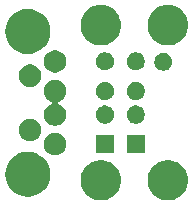
<source format=gbr>
G04 #@! TF.GenerationSoftware,KiCad,Pcbnew,(5.0.2)-1*
G04 #@! TF.CreationDate,2019-08-18T16:28:34-04:00*
G04 #@! TF.ProjectId,stacked_model3_usb,73746163-6b65-4645-9f6d-6f64656c335f,rev?*
G04 #@! TF.SameCoordinates,Original*
G04 #@! TF.FileFunction,Soldermask,Top*
G04 #@! TF.FilePolarity,Negative*
%FSLAX46Y46*%
G04 Gerber Fmt 4.6, Leading zero omitted, Abs format (unit mm)*
G04 Created by KiCad (PCBNEW (5.0.2)-1) date 2019-08-18 4:28:34 PM*
%MOMM*%
%LPD*%
G01*
G04 APERTURE LIST*
%ADD10C,0.100000*%
G04 APERTURE END LIST*
D10*
G36*
X133908009Y-88164438D02*
X134073097Y-88197276D01*
X134201924Y-88250638D01*
X134384114Y-88326103D01*
X134664027Y-88513135D01*
X134902065Y-88751173D01*
X135089097Y-89031086D01*
X135217924Y-89342104D01*
X135283600Y-89672277D01*
X135283600Y-90008923D01*
X135217924Y-90339096D01*
X135089097Y-90650114D01*
X134902065Y-90930027D01*
X134664027Y-91168065D01*
X134384114Y-91355097D01*
X134201924Y-91430562D01*
X134073097Y-91483924D01*
X133908009Y-91516762D01*
X133742923Y-91549600D01*
X133406277Y-91549600D01*
X133076103Y-91483924D01*
X132947276Y-91430562D01*
X132765086Y-91355097D01*
X132485173Y-91168065D01*
X132247135Y-90930027D01*
X132060103Y-90650114D01*
X131931276Y-90339096D01*
X131865600Y-90008923D01*
X131865600Y-89672277D01*
X131931276Y-89342104D01*
X132060103Y-89031086D01*
X132247135Y-88751173D01*
X132485173Y-88513135D01*
X132765086Y-88326103D01*
X132947276Y-88250638D01*
X133076103Y-88197276D01*
X133241191Y-88164438D01*
X133406277Y-88131600D01*
X133742923Y-88131600D01*
X133908009Y-88164438D01*
X133908009Y-88164438D01*
G37*
G36*
X128228009Y-88164438D02*
X128393097Y-88197276D01*
X128521924Y-88250638D01*
X128704114Y-88326103D01*
X128984027Y-88513135D01*
X129222065Y-88751173D01*
X129409097Y-89031086D01*
X129537924Y-89342104D01*
X129603600Y-89672277D01*
X129603600Y-90008923D01*
X129537924Y-90339096D01*
X129409097Y-90650114D01*
X129222065Y-90930027D01*
X128984027Y-91168065D01*
X128704114Y-91355097D01*
X128521924Y-91430562D01*
X128393097Y-91483924D01*
X128228009Y-91516762D01*
X128062923Y-91549600D01*
X127726277Y-91549600D01*
X127396103Y-91483924D01*
X127267276Y-91430562D01*
X127085086Y-91355097D01*
X126805173Y-91168065D01*
X126567135Y-90930027D01*
X126380103Y-90650114D01*
X126251276Y-90339096D01*
X126185600Y-90008923D01*
X126185600Y-89672277D01*
X126251276Y-89342104D01*
X126380103Y-89031086D01*
X126567135Y-88751173D01*
X126805173Y-88513135D01*
X127085086Y-88326103D01*
X127267276Y-88250638D01*
X127396103Y-88197276D01*
X127561191Y-88164438D01*
X127726277Y-88131600D01*
X128062923Y-88131600D01*
X128228009Y-88164438D01*
X128228009Y-88164438D01*
G37*
G36*
X122092661Y-87461507D02*
X122451001Y-87570208D01*
X122781249Y-87746729D01*
X123070714Y-87984287D01*
X123308272Y-88273752D01*
X123484793Y-88604000D01*
X123593494Y-88962340D01*
X123630198Y-89335001D01*
X123593494Y-89707662D01*
X123484793Y-90066002D01*
X123308272Y-90396250D01*
X123070714Y-90685715D01*
X122781249Y-90923273D01*
X122451001Y-91099794D01*
X122092661Y-91208495D01*
X121813389Y-91236001D01*
X121626611Y-91236001D01*
X121347339Y-91208495D01*
X120988999Y-91099794D01*
X120658751Y-90923273D01*
X120369286Y-90685715D01*
X120131728Y-90396250D01*
X119955207Y-90066002D01*
X119846506Y-89707662D01*
X119809802Y-89335001D01*
X119846506Y-88962340D01*
X119955207Y-88604000D01*
X120131728Y-88273752D01*
X120369286Y-87984287D01*
X120658751Y-87746729D01*
X120988999Y-87570208D01*
X121347339Y-87461507D01*
X121626611Y-87434001D01*
X121813389Y-87434001D01*
X122092661Y-87461507D01*
X122092661Y-87461507D01*
G37*
G36*
X124297396Y-85870547D02*
X124470466Y-85942235D01*
X124626230Y-86046313D01*
X124758688Y-86178771D01*
X124862766Y-86334535D01*
X124934454Y-86507605D01*
X124971000Y-86691334D01*
X124971000Y-86878668D01*
X124934454Y-87062397D01*
X124862766Y-87235467D01*
X124758688Y-87391231D01*
X124626230Y-87523689D01*
X124470466Y-87627767D01*
X124297396Y-87699455D01*
X124113667Y-87736001D01*
X123926333Y-87736001D01*
X123742604Y-87699455D01*
X123569534Y-87627767D01*
X123413770Y-87523689D01*
X123281312Y-87391231D01*
X123177234Y-87235467D01*
X123105546Y-87062397D01*
X123069000Y-86878668D01*
X123069000Y-86691334D01*
X123105546Y-86507605D01*
X123177234Y-86334535D01*
X123281312Y-86178771D01*
X123413770Y-86046313D01*
X123569534Y-85942235D01*
X123742604Y-85870547D01*
X123926333Y-85834001D01*
X124113667Y-85834001D01*
X124297396Y-85870547D01*
X124297396Y-85870547D01*
G37*
G36*
X129009600Y-87535600D02*
X127479600Y-87535600D01*
X127479600Y-86005600D01*
X129009600Y-86005600D01*
X129009600Y-87535600D01*
X129009600Y-87535600D01*
G37*
G36*
X131629600Y-87535600D02*
X130099600Y-87535600D01*
X130099600Y-86005600D01*
X131629600Y-86005600D01*
X131629600Y-87535600D01*
X131629600Y-87535600D01*
G37*
G36*
X122197396Y-84670547D02*
X122370466Y-84742235D01*
X122526230Y-84846313D01*
X122658688Y-84978771D01*
X122762766Y-85134535D01*
X122834454Y-85307605D01*
X122871000Y-85491334D01*
X122871000Y-85678668D01*
X122834454Y-85862397D01*
X122762766Y-86035467D01*
X122658688Y-86191231D01*
X122526230Y-86323689D01*
X122370466Y-86427767D01*
X122197396Y-86499455D01*
X122013667Y-86536001D01*
X121826333Y-86536001D01*
X121642604Y-86499455D01*
X121469534Y-86427767D01*
X121313770Y-86323689D01*
X121181312Y-86191231D01*
X121077234Y-86035467D01*
X121005546Y-85862397D01*
X120969000Y-85678668D01*
X120969000Y-85491334D01*
X121005546Y-85307605D01*
X121077234Y-85134535D01*
X121181312Y-84978771D01*
X121313770Y-84846313D01*
X121469534Y-84742235D01*
X121642604Y-84670547D01*
X121826333Y-84634001D01*
X122013667Y-84634001D01*
X122197396Y-84670547D01*
X122197396Y-84670547D01*
G37*
G36*
X124297396Y-81370547D02*
X124470466Y-81442235D01*
X124626230Y-81546313D01*
X124758688Y-81678771D01*
X124862766Y-81834535D01*
X124934454Y-82007605D01*
X124971000Y-82191334D01*
X124971000Y-82378668D01*
X124934454Y-82562397D01*
X124862766Y-82735467D01*
X124758688Y-82891231D01*
X124626230Y-83023689D01*
X124470466Y-83127767D01*
X124369675Y-83169516D01*
X124348064Y-83181067D01*
X124329122Y-83196613D01*
X124313576Y-83215555D01*
X124302025Y-83237165D01*
X124294912Y-83260615D01*
X124292510Y-83285001D01*
X124294912Y-83309387D01*
X124302025Y-83332836D01*
X124313576Y-83354447D01*
X124329122Y-83373389D01*
X124348064Y-83388935D01*
X124369675Y-83400486D01*
X124470466Y-83442235D01*
X124626230Y-83546313D01*
X124758688Y-83678771D01*
X124862766Y-83834535D01*
X124934454Y-84007605D01*
X124971000Y-84191334D01*
X124971000Y-84378668D01*
X124934454Y-84562397D01*
X124862766Y-84735467D01*
X124758688Y-84891231D01*
X124626230Y-85023689D01*
X124470466Y-85127767D01*
X124297396Y-85199455D01*
X124113667Y-85236001D01*
X123926333Y-85236001D01*
X123742604Y-85199455D01*
X123569534Y-85127767D01*
X123413770Y-85023689D01*
X123281312Y-84891231D01*
X123177234Y-84735467D01*
X123105546Y-84562397D01*
X123069000Y-84378668D01*
X123069000Y-84191334D01*
X123105546Y-84007605D01*
X123177234Y-83834535D01*
X123281312Y-83678771D01*
X123413770Y-83546313D01*
X123569534Y-83442235D01*
X123670325Y-83400486D01*
X123691936Y-83388935D01*
X123710878Y-83373389D01*
X123726424Y-83354447D01*
X123737975Y-83332837D01*
X123745088Y-83309387D01*
X123747490Y-83285001D01*
X123745088Y-83260615D01*
X123737975Y-83237166D01*
X123726424Y-83215555D01*
X123710878Y-83196613D01*
X123691936Y-83181067D01*
X123670325Y-83169516D01*
X123569534Y-83127767D01*
X123413770Y-83023689D01*
X123281312Y-82891231D01*
X123177234Y-82735467D01*
X123105546Y-82562397D01*
X123069000Y-82378668D01*
X123069000Y-82191334D01*
X123105546Y-82007605D01*
X123177234Y-81834535D01*
X123281312Y-81678771D01*
X123413770Y-81546313D01*
X123569534Y-81442235D01*
X123742604Y-81370547D01*
X123926333Y-81334001D01*
X124113667Y-81334001D01*
X124297396Y-81370547D01*
X124297396Y-81370547D01*
G37*
G36*
X128467742Y-83534998D02*
X128606964Y-83592665D01*
X128732259Y-83676385D01*
X128838815Y-83782941D01*
X128922535Y-83908236D01*
X128980202Y-84047458D01*
X129009600Y-84195254D01*
X129009600Y-84345946D01*
X128980202Y-84493742D01*
X128922535Y-84632964D01*
X128838815Y-84758259D01*
X128732259Y-84864815D01*
X128606964Y-84948535D01*
X128467742Y-85006202D01*
X128319946Y-85035600D01*
X128169254Y-85035600D01*
X128021458Y-85006202D01*
X127882236Y-84948535D01*
X127756941Y-84864815D01*
X127650385Y-84758259D01*
X127566665Y-84632964D01*
X127508998Y-84493742D01*
X127479600Y-84345946D01*
X127479600Y-84195254D01*
X127508998Y-84047458D01*
X127566665Y-83908236D01*
X127650385Y-83782941D01*
X127756941Y-83676385D01*
X127882236Y-83592665D01*
X128021458Y-83534998D01*
X128169254Y-83505600D01*
X128319946Y-83505600D01*
X128467742Y-83534998D01*
X128467742Y-83534998D01*
G37*
G36*
X131087742Y-83534998D02*
X131226964Y-83592665D01*
X131352259Y-83676385D01*
X131458815Y-83782941D01*
X131542535Y-83908236D01*
X131600202Y-84047458D01*
X131629600Y-84195254D01*
X131629600Y-84345946D01*
X131600202Y-84493742D01*
X131542535Y-84632964D01*
X131458815Y-84758259D01*
X131352259Y-84864815D01*
X131226964Y-84948535D01*
X131087742Y-85006202D01*
X130939946Y-85035600D01*
X130789254Y-85035600D01*
X130641458Y-85006202D01*
X130502236Y-84948535D01*
X130376941Y-84864815D01*
X130270385Y-84758259D01*
X130186665Y-84632964D01*
X130128998Y-84493742D01*
X130099600Y-84345946D01*
X130099600Y-84195254D01*
X130128998Y-84047458D01*
X130186665Y-83908236D01*
X130270385Y-83782941D01*
X130376941Y-83676385D01*
X130502236Y-83592665D01*
X130641458Y-83534998D01*
X130789254Y-83505600D01*
X130939946Y-83505600D01*
X131087742Y-83534998D01*
X131087742Y-83534998D01*
G37*
G36*
X128467742Y-81534998D02*
X128606964Y-81592665D01*
X128732259Y-81676385D01*
X128838815Y-81782941D01*
X128922535Y-81908236D01*
X128980202Y-82047458D01*
X129009600Y-82195254D01*
X129009600Y-82345946D01*
X128980202Y-82493742D01*
X128922535Y-82632964D01*
X128838815Y-82758259D01*
X128732259Y-82864815D01*
X128606964Y-82948535D01*
X128467742Y-83006202D01*
X128319946Y-83035600D01*
X128169254Y-83035600D01*
X128021458Y-83006202D01*
X127882236Y-82948535D01*
X127756941Y-82864815D01*
X127650385Y-82758259D01*
X127566665Y-82632964D01*
X127508998Y-82493742D01*
X127479600Y-82345946D01*
X127479600Y-82195254D01*
X127508998Y-82047458D01*
X127566665Y-81908236D01*
X127650385Y-81782941D01*
X127756941Y-81676385D01*
X127882236Y-81592665D01*
X128021458Y-81534998D01*
X128169254Y-81505600D01*
X128319946Y-81505600D01*
X128467742Y-81534998D01*
X128467742Y-81534998D01*
G37*
G36*
X131087742Y-81534998D02*
X131226964Y-81592665D01*
X131352259Y-81676385D01*
X131458815Y-81782941D01*
X131542535Y-81908236D01*
X131600202Y-82047458D01*
X131629600Y-82195254D01*
X131629600Y-82345946D01*
X131600202Y-82493742D01*
X131542535Y-82632964D01*
X131458815Y-82758259D01*
X131352259Y-82864815D01*
X131226964Y-82948535D01*
X131087742Y-83006202D01*
X130939946Y-83035600D01*
X130789254Y-83035600D01*
X130641458Y-83006202D01*
X130502236Y-82948535D01*
X130376941Y-82864815D01*
X130270385Y-82758259D01*
X130186665Y-82632964D01*
X130128998Y-82493742D01*
X130099600Y-82345946D01*
X130099600Y-82195254D01*
X130128998Y-82047458D01*
X130186665Y-81908236D01*
X130270385Y-81782941D01*
X130376941Y-81676385D01*
X130502236Y-81592665D01*
X130641458Y-81534998D01*
X130789254Y-81505600D01*
X130939946Y-81505600D01*
X131087742Y-81534998D01*
X131087742Y-81534998D01*
G37*
G36*
X122197396Y-80070547D02*
X122370466Y-80142235D01*
X122526230Y-80246313D01*
X122658688Y-80378771D01*
X122762766Y-80534535D01*
X122834454Y-80707605D01*
X122871000Y-80891334D01*
X122871000Y-81078668D01*
X122834454Y-81262397D01*
X122762766Y-81435467D01*
X122658688Y-81591231D01*
X122526230Y-81723689D01*
X122370466Y-81827767D01*
X122197396Y-81899455D01*
X122013667Y-81936001D01*
X121826333Y-81936001D01*
X121642604Y-81899455D01*
X121469534Y-81827767D01*
X121313770Y-81723689D01*
X121181312Y-81591231D01*
X121077234Y-81435467D01*
X121005546Y-81262397D01*
X120969000Y-81078668D01*
X120969000Y-80891334D01*
X121005546Y-80707605D01*
X121077234Y-80534535D01*
X121181312Y-80378771D01*
X121313770Y-80246313D01*
X121469534Y-80142235D01*
X121642604Y-80070547D01*
X121826333Y-80034001D01*
X122013667Y-80034001D01*
X122197396Y-80070547D01*
X122197396Y-80070547D01*
G37*
G36*
X124297396Y-78870547D02*
X124470466Y-78942235D01*
X124626230Y-79046313D01*
X124758688Y-79178771D01*
X124862766Y-79334535D01*
X124934454Y-79507605D01*
X124971000Y-79691334D01*
X124971000Y-79878668D01*
X124934454Y-80062397D01*
X124862766Y-80235467D01*
X124758688Y-80391231D01*
X124626230Y-80523689D01*
X124470466Y-80627767D01*
X124297396Y-80699455D01*
X124113667Y-80736001D01*
X123926333Y-80736001D01*
X123742604Y-80699455D01*
X123569534Y-80627767D01*
X123413770Y-80523689D01*
X123281312Y-80391231D01*
X123177234Y-80235467D01*
X123105546Y-80062397D01*
X123069000Y-79878668D01*
X123069000Y-79691334D01*
X123105546Y-79507605D01*
X123177234Y-79334535D01*
X123281312Y-79178771D01*
X123413770Y-79046313D01*
X123569534Y-78942235D01*
X123742604Y-78870547D01*
X123926333Y-78834001D01*
X124113667Y-78834001D01*
X124297396Y-78870547D01*
X124297396Y-78870547D01*
G37*
G36*
X133332004Y-79060544D02*
X133419059Y-79077860D01*
X133555732Y-79134472D01*
X133677079Y-79215554D01*
X133678738Y-79216662D01*
X133783338Y-79321262D01*
X133783340Y-79321265D01*
X133865528Y-79444268D01*
X133922140Y-79580941D01*
X133939456Y-79667996D01*
X133951000Y-79726031D01*
X133951000Y-79873969D01*
X133950065Y-79878668D01*
X133922140Y-80019059D01*
X133865528Y-80155732D01*
X133865527Y-80155733D01*
X133783338Y-80278738D01*
X133678738Y-80383338D01*
X133678735Y-80383340D01*
X133555732Y-80465528D01*
X133419059Y-80522140D01*
X133332004Y-80539456D01*
X133273969Y-80551000D01*
X133126031Y-80551000D01*
X133067996Y-80539456D01*
X132980941Y-80522140D01*
X132844268Y-80465528D01*
X132721265Y-80383340D01*
X132721262Y-80383338D01*
X132616662Y-80278738D01*
X132534473Y-80155733D01*
X132534472Y-80155732D01*
X132477860Y-80019059D01*
X132449935Y-79878668D01*
X132449000Y-79873969D01*
X132449000Y-79726031D01*
X132460544Y-79667996D01*
X132477860Y-79580941D01*
X132534472Y-79444268D01*
X132616660Y-79321265D01*
X132616662Y-79321262D01*
X132721262Y-79216662D01*
X132722921Y-79215554D01*
X132844268Y-79134472D01*
X132980941Y-79077860D01*
X133067996Y-79060544D01*
X133126031Y-79049000D01*
X133273969Y-79049000D01*
X133332004Y-79060544D01*
X133332004Y-79060544D01*
G37*
G36*
X128467742Y-79034998D02*
X128606964Y-79092665D01*
X128732259Y-79176385D01*
X128838815Y-79282941D01*
X128922535Y-79408236D01*
X128980202Y-79547458D01*
X129009600Y-79695254D01*
X129009600Y-79845946D01*
X128980202Y-79993742D01*
X128922535Y-80132964D01*
X128838815Y-80258259D01*
X128732259Y-80364815D01*
X128606964Y-80448535D01*
X128467742Y-80506202D01*
X128319946Y-80535600D01*
X128169254Y-80535600D01*
X128021458Y-80506202D01*
X127882236Y-80448535D01*
X127756941Y-80364815D01*
X127650385Y-80258259D01*
X127566665Y-80132964D01*
X127508998Y-79993742D01*
X127479600Y-79845946D01*
X127479600Y-79695254D01*
X127508998Y-79547458D01*
X127566665Y-79408236D01*
X127650385Y-79282941D01*
X127756941Y-79176385D01*
X127882236Y-79092665D01*
X128021458Y-79034998D01*
X128169254Y-79005600D01*
X128319946Y-79005600D01*
X128467742Y-79034998D01*
X128467742Y-79034998D01*
G37*
G36*
X131087742Y-79034998D02*
X131226964Y-79092665D01*
X131352259Y-79176385D01*
X131458815Y-79282941D01*
X131542535Y-79408236D01*
X131600202Y-79547458D01*
X131629600Y-79695254D01*
X131629600Y-79845946D01*
X131600202Y-79993742D01*
X131542535Y-80132964D01*
X131458815Y-80258259D01*
X131352259Y-80364815D01*
X131226964Y-80448535D01*
X131087742Y-80506202D01*
X130939946Y-80535600D01*
X130789254Y-80535600D01*
X130641458Y-80506202D01*
X130502236Y-80448535D01*
X130376941Y-80364815D01*
X130270385Y-80258259D01*
X130186665Y-80132964D01*
X130128998Y-79993742D01*
X130099600Y-79845946D01*
X130099600Y-79695254D01*
X130128998Y-79547458D01*
X130186665Y-79408236D01*
X130270385Y-79282941D01*
X130376941Y-79176385D01*
X130502236Y-79092665D01*
X130641458Y-79034998D01*
X130789254Y-79005600D01*
X130939946Y-79005600D01*
X131087742Y-79034998D01*
X131087742Y-79034998D01*
G37*
G36*
X122092661Y-75361507D02*
X122451001Y-75470208D01*
X122781249Y-75646729D01*
X123070714Y-75884287D01*
X123308272Y-76173752D01*
X123484793Y-76504000D01*
X123593494Y-76862340D01*
X123630198Y-77235001D01*
X123593494Y-77607662D01*
X123484793Y-77966002D01*
X123308272Y-78296250D01*
X123070714Y-78585715D01*
X122781249Y-78823273D01*
X122451001Y-78999794D01*
X122092661Y-79108495D01*
X121813389Y-79136001D01*
X121626611Y-79136001D01*
X121347339Y-79108495D01*
X120988999Y-78999794D01*
X120658751Y-78823273D01*
X120369286Y-78585715D01*
X120131728Y-78296250D01*
X119955207Y-77966002D01*
X119846506Y-77607662D01*
X119809802Y-77235001D01*
X119846506Y-76862340D01*
X119955207Y-76504000D01*
X120131728Y-76173752D01*
X120369286Y-75884287D01*
X120658751Y-75646729D01*
X120988999Y-75470208D01*
X121347339Y-75361507D01*
X121626611Y-75334001D01*
X121813389Y-75334001D01*
X122092661Y-75361507D01*
X122092661Y-75361507D01*
G37*
G36*
X133908009Y-75024438D02*
X134073097Y-75057276D01*
X134201924Y-75110638D01*
X134384114Y-75186103D01*
X134664027Y-75373135D01*
X134902065Y-75611173D01*
X135089097Y-75891086D01*
X135164562Y-76073276D01*
X135206181Y-76173752D01*
X135217924Y-76202104D01*
X135283600Y-76532277D01*
X135283600Y-76868923D01*
X135217924Y-77199096D01*
X135089097Y-77510114D01*
X134902065Y-77790027D01*
X134664027Y-78028065D01*
X134384114Y-78215097D01*
X134201924Y-78290562D01*
X134073097Y-78343924D01*
X133742923Y-78409600D01*
X133406277Y-78409600D01*
X133076103Y-78343924D01*
X132947276Y-78290562D01*
X132765086Y-78215097D01*
X132485173Y-78028065D01*
X132247135Y-77790027D01*
X132060103Y-77510114D01*
X131931276Y-77199096D01*
X131865600Y-76868923D01*
X131865600Y-76532277D01*
X131931276Y-76202104D01*
X131943020Y-76173752D01*
X131984638Y-76073276D01*
X132060103Y-75891086D01*
X132247135Y-75611173D01*
X132485173Y-75373135D01*
X132765086Y-75186103D01*
X132947276Y-75110638D01*
X133076103Y-75057276D01*
X133241191Y-75024438D01*
X133406277Y-74991600D01*
X133742923Y-74991600D01*
X133908009Y-75024438D01*
X133908009Y-75024438D01*
G37*
G36*
X128228009Y-75024438D02*
X128393097Y-75057276D01*
X128521924Y-75110638D01*
X128704114Y-75186103D01*
X128984027Y-75373135D01*
X129222065Y-75611173D01*
X129409097Y-75891086D01*
X129484562Y-76073276D01*
X129526181Y-76173752D01*
X129537924Y-76202104D01*
X129603600Y-76532277D01*
X129603600Y-76868923D01*
X129537924Y-77199096D01*
X129409097Y-77510114D01*
X129222065Y-77790027D01*
X128984027Y-78028065D01*
X128704114Y-78215097D01*
X128521924Y-78290562D01*
X128393097Y-78343924D01*
X128062923Y-78409600D01*
X127726277Y-78409600D01*
X127396103Y-78343924D01*
X127267276Y-78290562D01*
X127085086Y-78215097D01*
X126805173Y-78028065D01*
X126567135Y-77790027D01*
X126380103Y-77510114D01*
X126251276Y-77199096D01*
X126185600Y-76868923D01*
X126185600Y-76532277D01*
X126251276Y-76202104D01*
X126263020Y-76173752D01*
X126304638Y-76073276D01*
X126380103Y-75891086D01*
X126567135Y-75611173D01*
X126805173Y-75373135D01*
X127085086Y-75186103D01*
X127267276Y-75110638D01*
X127396103Y-75057276D01*
X127561191Y-75024438D01*
X127726277Y-74991600D01*
X128062923Y-74991600D01*
X128228009Y-75024438D01*
X128228009Y-75024438D01*
G37*
M02*

</source>
